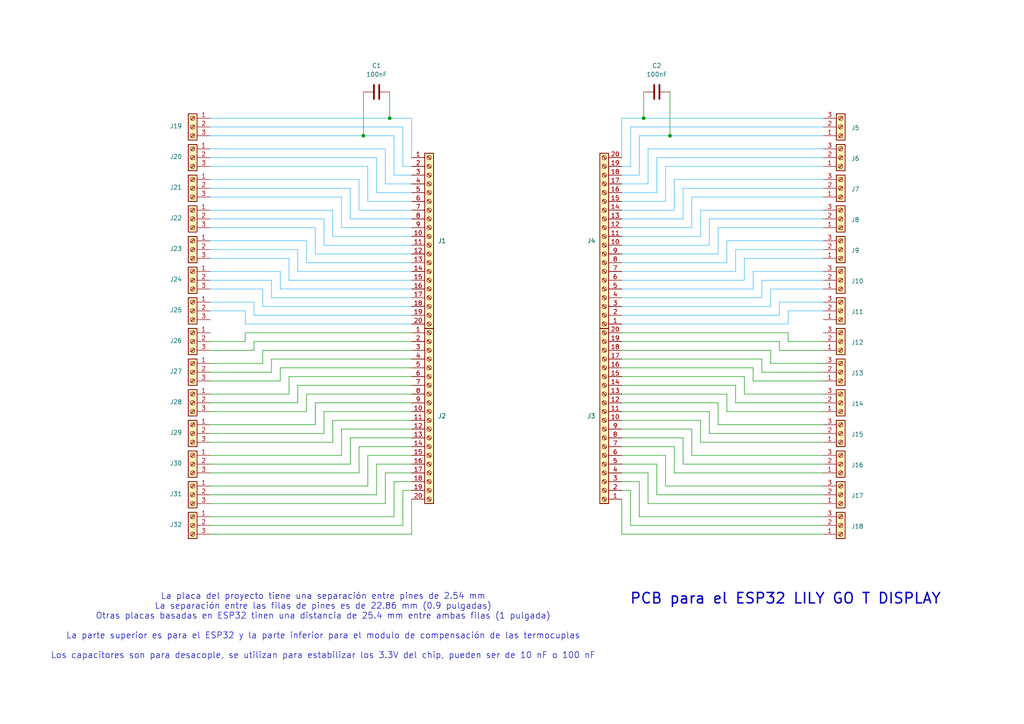
<source format=kicad_sch>
(kicad_sch (version 20250114) (generator "eeschema") (generator_version "9.0")
  (paper "A4")
  (title_block (title "PCB para el ESP32 LILY GO T DISPLAY") (date "2025-10-04") (company "Digicontrol"))
  (lib_symbols
    (symbol "Connector:Screw_Terminal_01x03" (pin_names (offset 1.016) (hide yes))
      (property "Reference" "J" (at 0 5.08 0))
      (property "Value" "Screw_Terminal_01x03" (at 0 -5.08 0))
      (symbol "Screw_Terminal_01x03_1_1"
        (rectangle (start -1.27 3.81) (end 1.27 -3.81) (stroke (width 0.254)) (fill (type background)))
        (polyline (pts (xy -0.5334 2.8702) (xy 0.3302 2.032)) (stroke (width 0.1524)))
        (polyline (pts (xy -0.5334 0.3302) (xy 0.3302 -0.508)) (stroke (width 0.1524)))
        (polyline (pts (xy -0.5334 -2.2098) (xy 0.3302 -3.048)) (stroke (width 0.1524)))
        (polyline (pts (xy -0.3556 3.048) (xy 0.508 2.2098)) (stroke (width 0.1524)))
        (polyline (pts (xy -0.3556 0.508) (xy 0.508 -0.3302)) (stroke (width 0.1524)))
        (polyline (pts (xy -0.3556 -2.032) (xy 0.508 -2.8702)) (stroke (width 0.1524)))
        (circle (center 0 2.54) (radius 0.635) (stroke (width 0.1524)))
        (circle (center 0 0) (radius 0.635) (stroke (width 0.1524)))
        (circle (center 0 -2.54) (radius 0.635) (stroke (width 0.1524)))
        (pin passive line (at -5.08 2.54 0) (length 3.81) (name "Pin_1") (number "1"))
        (pin passive line (at -5.08 0 0) (length 3.81) (name "Pin_2") (number "2"))
        (pin passive line (at -5.08 -2.54 0) (length 3.81) (name "Pin_3") (number "3"))
      )
    )
    (symbol "Connector:Screw_Terminal_01x20" (pin_names (offset 1.016) (hide yes))
      (property "Reference" "J" (at 0 25.4 0))
      (property "Value" "Screw_Terminal_01x20" (at 0 -27.94 0))
      (symbol "Screw_Terminal_01x20_1_1"
        (rectangle (start -1.27 24.13) (end 1.27 -26.67) (stroke (width 0.254)) (fill (type background)))
        (polyline (pts (xy -0.5334 23.1902) (xy 0.3302 22.352)) (stroke (width 0.1524)))
        (polyline (pts (xy -0.5334 20.6502) (xy 0.3302 19.812)) (stroke (width 0.1524)))
        (polyline (pts (xy -0.5334 18.1102) (xy 0.3302 17.272)) (stroke (width 0.1524)))
        (polyline (pts (xy -0.5334 15.5702) (xy 0.3302 14.732)) (stroke (width 0.1524)))
        (polyline (pts (xy -0.5334 13.0302) (xy 0.3302 12.192)) (stroke (width 0.1524)))
        (polyline (pts (xy -0.5334 10.4902) (xy 0.3302 9.652)) (stroke (width 0.1524)))
        (polyline (pts (xy -0.5334 7.9502) (xy 0.3302 7.112)) (stroke (width 0.1524)))
        (polyline (pts (xy -0.5334 5.4102) (xy 0.3302 4.572)) (stroke (width 0.1524)))
        (polyline (pts (xy -0.5334 2.8702) (xy 0.3302 2.032)) (stroke (width 0.1524)))
        (polyline (pts (xy -0.5334 0.3302) (xy 0.3302 -0.508)) (stroke (width 0.1524)))
        (polyline (pts (xy -0.5334 -2.2098) (xy 0.3302 -3.048)) (stroke (width 0.1524)))
        (polyline (pts (xy -0.5334 -4.7498) (xy 0.3302 -5.588)) (stroke (width 0.1524)))
        (polyline (pts (xy -0.5334 -7.2898) (xy 0.3302 -8.128)) (stroke (width 0.1524)))
        (polyline (pts (xy -0.5334 -9.8298) (xy 0.3302 -10.668)) (stroke (width 0.1524)))
        (polyline (pts (xy -0.5334 -12.3698) (xy 0.3302 -13.208)) (stroke (width 0.1524)))
        (polyline (pts (xy -0.5334 -14.9098) (xy 0.3302 -15.748)) (stroke (width 0.1524)))
        (polyline (pts (xy -0.5334 -17.4498) (xy 0.3302 -18.288)) (stroke (width 0.1524)))
        (polyline (pts (xy -0.5334 -19.9898) (xy 0.3302 -20.828)) (stroke (width 0.1524)))
        (polyline (pts (xy -0.5334 -22.5298) (xy 0.3302 -23.368)) (stroke (width 0.1524)))
        (polyline (pts (xy -0.5334 -25.0698) (xy 0.3302 -25.908)) (stroke (width 0.1524)))
        (polyline (pts (xy -0.3556 23.368) (xy 0.508 22.5298)) (stroke (width 0.1524)))
        (polyline (pts (xy -0.3556 20.828) (xy 0.508 19.9898)) (stroke (width 0.1524)))
        (polyline (pts (xy -0.3556 18.288) (xy 0.508 17.4498)) (stroke (width 0.1524)))
        (polyline (pts (xy -0.3556 15.748) (xy 0.508 14.9098)) (stroke (width 0.1524)))
        (polyline (pts (xy -0.3556 13.208) (xy 0.508 12.3698)) (stroke (width 0.1524)))
        (polyline (pts (xy -0.3556 10.668) (xy 0.508 9.8298)) (stroke (width 0.1524)))
        (polyline (pts (xy -0.3556 8.128) (xy 0.508 7.2898)) (stroke (width 0.1524)))
        (polyline (pts (xy -0.3556 5.588) (xy 0.508 4.7498)) (stroke (width 0.1524)))
        (polyline (pts (xy -0.3556 3.048) (xy 0.508 2.2098)) (stroke (width 0.1524)))
        (polyline (pts (xy -0.3556 0.508) (xy 0.508 -0.3302)) (stroke (width 0.1524)))
        (polyline (pts (xy -0.3556 -2.032) (xy 0.508 -2.8702)) (stroke (width 0.1524)))
        (polyline (pts (xy -0.3556 -4.572) (xy 0.508 -5.4102)) (stroke (width 0.1524)))
        (polyline (pts (xy -0.3556 -7.112) (xy 0.508 -7.9502)) (stroke (width 0.1524)))
        (polyline (pts (xy -0.3556 -9.652) (xy 0.508 -10.4902)) (stroke (width 0.1524)))
        (polyline (pts (xy -0.3556 -12.192) (xy 0.508 -13.0302)) (stroke (width 0.1524)))
        (polyline (pts (xy -0.3556 -14.732) (xy 0.508 -15.5702)) (stroke (width 0.1524)))
        (polyline (pts (xy -0.3556 -17.272) (xy 0.508 -18.1102)) (stroke (width 0.1524)))
        (polyline (pts (xy -0.3556 -19.812) (xy 0.508 -20.6502)) (stroke (width 0.1524)))
        (polyline (pts (xy -0.3556 -22.352) (xy 0.508 -23.1902)) (stroke (width 0.1524)))
        (polyline (pts (xy -0.3556 -24.892) (xy 0.508 -25.7302)) (stroke (width 0.1524)))
        (circle (center 0 22.86) (radius 0.635) (stroke (width 0.1524)))
        (circle (center 0 20.32) (radius 0.635) (stroke (width 0.1524)))
        (circle (center 0 17.78) (radius 0.635) (stroke (width 0.1524)))
        (circle (center 0 15.24) (radius 0.635) (stroke (width 0.1524)))
        (circle (center 0 12.7) (radius 0.635) (stroke (width 0.1524)))
        (circle (center 0 10.16) (radius 0.635) (stroke (width 0.1524)))
        (circle (center 0 7.62) (radius 0.635) (stroke (width 0.1524)))
        (circle (center 0 5.08) (radius 0.635) (stroke (width 0.1524)))
        (circle (center 0 2.54) (radius 0.635) (stroke (width 0.1524)))
        (circle (center 0 0) (radius 0.635) (stroke (width 0.1524)))
        (circle (center 0 -2.54) (radius 0.635) (stroke (width 0.1524)))
        (circle (center 0 -5.08) (radius 0.635) (stroke (width 0.1524)))
        (circle (center 0 -7.62) (radius 0.635) (stroke (width 0.1524)))
        (circle (center 0 -10.16) (radius 0.635) (stroke (width 0.1524)))
        (circle (center 0 -12.7) (radius 0.635) (stroke (width 0.1524)))
        (circle (center 0 -15.24) (radius 0.635) (stroke (width 0.1524)))
        (circle (center 0 -17.78) (radius 0.635) (stroke (width 0.1524)))
        (circle (center 0 -20.32) (radius 0.635) (stroke (width 0.1524)))
        (circle (center 0 -22.86) (radius 0.635) (stroke (width 0.1524)))
        (circle (center 0 -25.4) (radius 0.635) (stroke (width 0.1524)))
        (pin passive line (at -5.08 22.86 0) (length 3.81) (name "Pin_1") (number "1"))
        (pin passive line (at -5.08 20.32 0) (length 3.81) (name "Pin_2") (number "2"))
        (pin passive line (at -5.08 17.78 0) (length 3.81) (name "Pin_3") (number "3"))
        (pin passive line (at -5.08 15.24 0) (length 3.81) (name "Pin_4") (number "4"))
        (pin passive line (at -5.08 12.7 0) (length 3.81) (name "Pin_5") (number "5"))
        (pin passive line (at -5.08 10.16 0) (length 3.81) (name "Pin_6") (number "6"))
        (pin passive line (at -5.08 7.62 0) (length 3.81) (name "Pin_7") (number "7"))
        (pin passive line (at -5.08 5.08 0) (length 3.81) (name "Pin_8") (number "8"))
        (pin passive line (at -5.08 2.54 0) (length 3.81) (name "Pin_9") (number "9"))
        (pin passive line (at -5.08 0 0) (length 3.81) (name "Pin_10") (number "10"))
        (pin passive line (at -5.08 -2.54 0) (length 3.81) (name "Pin_11") (number "11"))
        (pin passive line (at -5.08 -5.08 0) (length 3.81) (name "Pin_12") (number "12"))
        (pin passive line (at -5.08 -7.62 0) (length 3.81) (name "Pin_13") (number "13"))
        (pin passive line (at -5.08 -10.16 0) (length 3.81) (name "Pin_14") (number "14"))
        (pin passive line (at -5.08 -12.7 0) (length 3.81) (name "Pin_15") (number "15"))
        (pin passive line (at -5.08 -15.24 0) (length 3.81) (name "Pin_16") (number "16"))
        (pin passive line (at -5.08 -17.78 0) (length 3.81) (name "Pin_17") (number "17"))
        (pin passive line (at -5.08 -20.32 0) (length 3.81) (name "Pin_18") (number "18"))
        (pin passive line (at -5.08 -22.86 0) (length 3.81) (name "Pin_19") (number "19"))
        (pin passive line (at -5.08 -25.4 0) (length 3.81) (name "Pin_20") (number "20"))
      )
    )
    (symbol "Device:C" (pin_numbers (hide yes)) (pin_names (offset 0.254))
      (property "Reference" "C" (at 0.635 2.54 0))
      (property "Value" "C" (at 0.635 -2.54 0))
      (symbol "C_0_1"
        (polyline (pts (xy -2.032 0.762) (xy 2.032 0.762)) (stroke (width 0.508)))
        (polyline (pts (xy -2.032 -0.762) (xy 2.032 -0.762)) (stroke (width 0.508)))
      )
      (symbol "C_1_1"
        (pin passive line (at 0 3.81 270) (length 2.794) (name "~") (number "1"))
        (pin passive line (at 0 -3.81 90) (length 2.794) (name "~") (number "2"))
      )
    )
  )
  (text "PCB para el ESP32 LILY GO T DISPLAY" (at 227.838 173.736 0) (effects (font (size 3.048 3.048) (thickness 0.4064) (bold yes))))
  (text "La placa del proyecto tiene una separación entre pines de 2.54 mm\nLa separación entre las filas de pines es de 22.86 mm (0.9 pulgadas)\nOtras placas basadas en ESP32 tinen una distancia de 25.4 mm entre ambas filas (1 pulgada)\n\nLa parte superior es para el ESP32 y la parte inferior para el modulo de compensación de las termocuplas\n\nLos capacitores son para desacople, se utilizan para estabilizar los 3.3V del chip, pueden ser de 10 nF o 100 nF\n" (at 93.726 181.61 0) (effects (font (size 1.778 1.778))))
  (junction (at 105.41 39.37))
  (junction (at 186.69 34.29))
  (junction (at 113.03 34.29))
  (junction (at 194.31 39.37))
  (wire (pts (xy 238.76 72.39) (xy 213.36 72.39)) (stroke (width 0.127) (color 0 166 255 1)))
  (wire (pts (xy 198.12 134.62) (xy 198.12 127)))
  (wire (pts (xy 73.66 99.06) (xy 119.38 99.06)))
  (wire (pts (xy 119.38 144.78) (xy 119.38 154.94)))
  (wire (pts (xy 187.96 146.05) (xy 187.96 137.16)))
  (wire (pts (xy 88.9 76.2) (xy 119.38 76.2)) (stroke (width 0.127) (color 0 166 255 1)))
  (wire (pts (xy 238.76 110.49) (xy 218.44 110.49)))
  (wire (pts (xy 111.76 43.18) (xy 111.76 53.34)) (stroke (width 0.127) (color 0 166 255 1)))
  (wire (pts (xy 81.28 106.68) (xy 119.38 106.68)))
  (wire (pts (xy 180.34 86.36) (xy 220.98 86.36)) (stroke (width 0.127) (color 0 166 255 1)))
  (wire (pts (xy 223.52 105.41) (xy 223.52 101.6)))
  (wire (pts (xy 60.96 149.86) (xy 114.3 149.86)))
  (wire (pts (xy 180.34 55.88) (xy 190.5 55.88)) (stroke (width 0.127) (color 0 166 255 1)))
  (wire (pts (xy 60.96 90.17) (xy 71.12 90.17)) (stroke (width 0.127) (color 0 166 255 1)))
  (wire (pts (xy 60.96 57.15) (xy 99.06 57.15)) (stroke (width 0.127) (color 0 166 255 1)))
  (wire (pts (xy 106.68 48.26) (xy 106.68 58.42)) (stroke (width 0.127) (color 0 166 255 1)))
  (wire (pts (xy 73.66 101.6) (xy 73.66 99.06)))
  (wire (pts (xy 60.96 140.97) (xy 106.68 140.97)))
  (wire (pts (xy 105.41 26.67) (xy 105.41 39.37)))
  (wire (pts (xy 60.96 43.18) (xy 111.76 43.18)) (stroke (width 0.127) (color 0 166 255 1)))
  (wire (pts (xy 226.06 101.6) (xy 226.06 99.06)))
  (wire (pts (xy 205.74 125.73) (xy 205.74 119.38)))
  (wire (pts (xy 60.96 101.6) (xy 73.66 101.6)))
  (wire (pts (xy 93.98 63.5) (xy 93.98 71.12)) (stroke (width 0.127) (color 0 166 255 1)))
  (wire (pts (xy 60.96 74.93) (xy 83.82 74.93)) (stroke (width 0.127) (color 0 166 255 1)))
  (wire (pts (xy 238.76 66.04) (xy 208.28 66.04)) (stroke (width 0.127) (color 0 166 255 1)))
  (wire (pts (xy 60.96 72.39) (xy 86.36 72.39)) (stroke (width 0.127) (color 0 166 255 1)))
  (wire (pts (xy 180.34 91.44) (xy 226.06 91.44)) (stroke (width 0.127) (color 0 166 255 1)))
  (wire (pts (xy 86.36 111.76) (xy 119.38 111.76)))
  (wire (pts (xy 180.34 66.04) (xy 200.66 66.04)) (stroke (width 0.127) (color 0 166 255 1)))
  (wire (pts (xy 180.34 109.22) (xy 215.9 109.22)))
  (wire (pts (xy 238.76 45.72) (xy 190.5 45.72)) (stroke (width 0.127) (color 0 166 255 1)))
  (wire (pts (xy 91.44 123.19) (xy 91.44 116.84)))
  (wire (pts (xy 238.76 81.28) (xy 220.98 81.28)) (stroke (width 0.127) (color 0 166 255 1)))
  (wire (pts (xy 96.52 121.92) (xy 119.38 121.92)))
  (wire (pts (xy 60.96 39.37) (xy 105.41 39.37)) (stroke (width 0.127) (color 0 166 255 1)))
  (wire (pts (xy 208.28 123.19) (xy 208.28 116.84)))
  (wire (pts (xy 78.74 104.14) (xy 119.38 104.14)))
  (wire (pts (xy 116.84 48.26) (xy 119.38 48.26)) (stroke (width 0.127) (color 0 166 255 1)))
  (wire (pts (xy 238.76 152.4) (xy 182.88 152.4)))
  (wire (pts (xy 60.96 110.49) (xy 81.28 110.49)))
  (wire (pts (xy 106.68 58.42) (xy 119.38 58.42)) (stroke (width 0.127) (color 0 166 255 1)))
  (wire (pts (xy 186.69 26.67) (xy 186.69 34.29)))
  (wire (pts (xy 218.44 78.74) (xy 218.44 83.82)) (stroke (width 0.127) (color 0 166 255 1)))
  (wire (pts (xy 60.96 78.74) (xy 81.28 78.74)) (stroke (width 0.127) (color 0 166 255 1)))
  (wire (pts (xy 203.2 60.96) (xy 203.2 68.58)) (stroke (width 0.127) (color 0 166 255 1)))
  (wire (pts (xy 193.04 48.26) (xy 193.04 58.42)) (stroke (width 0.127) (color 0 166 255 1)))
  (wire (pts (xy 195.58 137.16) (xy 195.58 129.54)))
  (wire (pts (xy 180.34 50.8) (xy 185.42 50.8)) (stroke (width 0.127) (color 0 166 255 1)))
  (wire (pts (xy 238.76 78.74) (xy 218.44 78.74)) (stroke (width 0.127) (color 0 166 255 1)))
  (wire (pts (xy 60.96 87.63) (xy 73.66 87.63)) (stroke (width 0.127) (color 0 166 255 1)))
  (wire (pts (xy 60.96 114.3) (xy 83.82 114.3)))
  (wire (pts (xy 220.98 107.95) (xy 220.98 104.14)))
  (wire (pts (xy 238.76 128.27) (xy 203.2 128.27)))
  (wire (pts (xy 226.06 87.63) (xy 226.06 91.44)) (stroke (width 0.127) (color 0 166 255 1)))
  (wire (pts (xy 180.34 116.84) (xy 208.28 116.84)))
  (wire (pts (xy 91.44 73.66) (xy 119.38 73.66)) (stroke (width 0.127) (color 0 166 255 1)))
  (wire (pts (xy 99.06 124.46) (xy 119.38 124.46)))
  (wire (pts (xy 109.22 134.62) (xy 119.38 134.62)))
  (wire (pts (xy 238.76 134.62) (xy 198.12 134.62)))
  (wire (pts (xy 238.76 60.96) (xy 203.2 60.96)) (stroke (width 0.127) (color 0 166 255 1)))
  (wire (pts (xy 86.36 78.74) (xy 119.38 78.74)) (stroke (width 0.127) (color 0 166 255 1)))
  (wire (pts (xy 195.58 52.07) (xy 195.58 60.96)) (stroke (width 0.127) (color 0 166 255 1)))
  (wire (pts (xy 180.34 71.12) (xy 205.74 71.12)) (stroke (width 0.127) (color 0 166 255 1)))
  (wire (pts (xy 210.82 69.85) (xy 210.82 76.2)) (stroke (width 0.127) (color 0 166 255 1)))
  (wire (pts (xy 190.5 143.51) (xy 190.5 134.62)))
  (wire (pts (xy 106.68 140.97) (xy 106.68 132.08)))
  (wire (pts (xy 210.82 119.38) (xy 210.82 114.3)))
  (wire (pts (xy 60.96 132.08) (xy 99.06 132.08)))
  (wire (pts (xy 104.14 137.16) (xy 104.14 129.54)))
  (wire (pts (xy 114.3 39.37) (xy 114.3 50.8)) (stroke (width 0.127) (color 0 166 255 1)))
  (wire (pts (xy 109.22 55.88) (xy 119.38 55.88)) (stroke (width 0.127) (color 0 166 255 1)))
  (wire (pts (xy 106.68 132.08) (xy 119.38 132.08)))
  (wire (pts (xy 238.76 99.06) (xy 228.6 99.06)))
  (wire (pts (xy 81.28 83.82) (xy 119.38 83.82)) (stroke (width 0.127) (color 0 166 255 1)))
  (wire (pts (xy 60.96 52.07) (xy 104.14 52.07)) (stroke (width 0.127) (color 0 166 255 1)))
  (wire (pts (xy 180.34 111.76) (xy 213.36 111.76)))
  (wire (pts (xy 180.34 106.68) (xy 218.44 106.68)))
  (wire (pts (xy 111.76 146.05) (xy 111.76 137.16)))
  (wire (pts (xy 116.84 142.24) (xy 119.38 142.24)))
  (wire (pts (xy 76.2 101.6) (xy 119.38 101.6)))
  (wire (pts (xy 238.76 83.82) (xy 223.52 83.82)) (stroke (width 0.127) (color 0 166 255 1)))
  (wire (pts (xy 78.74 107.95) (xy 78.74 104.14)))
  (wire (pts (xy 238.76 39.37) (xy 194.31 39.37)) (stroke (width 0.127) (color 0 166 255 1)))
  (wire (pts (xy 93.98 71.12) (xy 119.38 71.12)) (stroke (width 0.127) (color 0 166 255 1)))
  (wire (pts (xy 215.9 114.3) (xy 215.9 109.22)))
  (wire (pts (xy 185.42 149.86) (xy 185.42 139.7)))
  (wire (pts (xy 60.96 99.06) (xy 71.12 99.06)))
  (wire (pts (xy 60.96 152.4) (xy 116.84 152.4)))
  (wire (pts (xy 93.98 119.38) (xy 119.38 119.38)))
  (wire (pts (xy 215.9 74.93) (xy 215.9 81.28)) (stroke (width 0.127) (color 0 166 255 1)))
  (wire (pts (xy 73.66 91.44) (xy 119.38 91.44)) (stroke (width 0.127) (color 0 166 255 1)))
  (wire (pts (xy 88.9 114.3) (xy 119.38 114.3)))
  (wire (pts (xy 238.76 132.08) (xy 200.66 132.08)))
  (wire (pts (xy 71.12 90.17) (xy 71.12 93.98)) (stroke (width 0.127) (color 0 166 255 1)))
  (wire (pts (xy 83.82 114.3) (xy 83.82 109.22)))
  (wire (pts (xy 81.28 78.74) (xy 81.28 83.82)) (stroke (width 0.127) (color 0 166 255 1)))
  (wire (pts (xy 116.84 36.83) (xy 116.84 48.26)) (stroke (width 0.127) (color 0 166 255 1)))
  (wire (pts (xy 180.34 104.14) (xy 220.98 104.14)))
  (wire (pts (xy 60.96 146.05) (xy 111.76 146.05)))
  (wire (pts (xy 218.44 110.49) (xy 218.44 106.68)))
  (wire (pts (xy 86.36 116.84) (xy 86.36 111.76)))
  (wire (pts (xy 200.66 57.15) (xy 200.66 66.04)) (stroke (width 0.127) (color 0 166 255 1)))
  (wire (pts (xy 194.31 26.67) (xy 194.31 39.37)))
  (wire (pts (xy 60.96 119.38) (xy 88.9 119.38)))
  (wire (pts (xy 182.88 36.83) (xy 182.88 48.26)) (stroke (width 0.127) (color 0 166 255 1)))
  (wire (pts (xy 238.76 140.97) (xy 193.04 140.97)))
  (wire (pts (xy 238.76 90.17) (xy 228.6 90.17)) (stroke (width 0.127) (color 0 166 255 1)))
  (wire (pts (xy 60.96 83.82) (xy 76.2 83.82)) (stroke (width 0.127) (color 0 166 255 1)))
  (wire (pts (xy 109.22 143.51) (xy 109.22 134.62)))
  (wire (pts (xy 180.34 134.62) (xy 190.5 134.62)))
  (wire (pts (xy 238.76 119.38) (xy 210.82 119.38)))
  (wire (pts (xy 104.14 129.54) (xy 119.38 129.54)))
  (wire (pts (xy 71.12 96.52) (xy 119.38 96.52)))
  (wire (pts (xy 193.04 140.97) (xy 193.04 132.08)))
  (wire (pts (xy 180.34 53.34) (xy 187.96 53.34)) (stroke (width 0.127) (color 0 166 255 1)))
  (wire (pts (xy 238.76 154.94) (xy 180.34 154.94)))
  (wire (pts (xy 203.2 128.27) (xy 203.2 121.92)))
  (wire (pts (xy 60.96 134.62) (xy 101.6 134.62)))
  (wire (pts (xy 114.3 50.8) (xy 119.38 50.8)) (stroke (width 0.127) (color 0 166 255 1)))
  (wire (pts (xy 105.41 39.37) (xy 114.3 39.37)) (stroke (width 0.127) (color 0 166 255 1)))
  (wire (pts (xy 193.04 58.42) (xy 180.34 58.42)) (stroke (width 0.127) (color 0 166 255 1)))
  (wire (pts (xy 111.76 137.16) (xy 119.38 137.16)))
  (wire (pts (xy 180.34 124.46) (xy 200.66 124.46)))
  (wire (pts (xy 60.96 137.16) (xy 104.14 137.16)))
  (wire (pts (xy 60.96 81.28) (xy 78.74 81.28)) (stroke (width 0.127) (color 0 166 255 1)))
  (wire (pts (xy 60.96 107.95) (xy 78.74 107.95)))
  (wire (pts (xy 109.22 45.72) (xy 109.22 55.88)) (stroke (width 0.127) (color 0 166 255 1)))
  (wire (pts (xy 60.96 154.94) (xy 119.38 154.94)))
  (wire (pts (xy 60.96 63.5) (xy 93.98 63.5)) (stroke (width 0.127) (color 0 166 255 1)))
  (wire (pts (xy 180.34 99.06) (xy 226.06 99.06)))
  (wire (pts (xy 114.3 149.86) (xy 114.3 139.7)))
  (wire (pts (xy 60.96 45.72) (xy 109.22 45.72)) (stroke (width 0.127) (color 0 166 255 1)))
  (wire (pts (xy 238.76 54.61) (xy 198.12 54.61)) (stroke (width 0.127) (color 0 166 255 1)))
  (wire (pts (xy 96.52 128.27) (xy 96.52 121.92)))
  (wire (pts (xy 76.2 83.82) (xy 76.2 88.9)) (stroke (width 0.127) (color 0 166 255 1)))
  (wire (pts (xy 194.31 39.37) (xy 185.42 39.37)) (stroke (width 0.127) (color 0 166 255 1)))
  (wire (pts (xy 60.96 54.61) (xy 101.6 54.61)) (stroke (width 0.127) (color 0 166 255 1)))
  (wire (pts (xy 180.34 96.52) (xy 228.6 96.52)))
  (wire (pts (xy 101.6 63.5) (xy 119.38 63.5)) (stroke (width 0.127) (color 0 166 255 1)))
  (wire (pts (xy 71.12 93.98) (xy 119.38 93.98)) (stroke (width 0.127) (color 0 166 255 1)))
  (wire (pts (xy 83.82 81.28) (xy 119.38 81.28)) (stroke (width 0.127) (color 0 166 255 1)))
  (wire (pts (xy 238.76 149.86) (xy 185.42 149.86)))
  (wire (pts (xy 238.76 116.84) (xy 213.36 116.84)))
  (wire (pts (xy 180.34 132.08) (xy 193.04 132.08)))
  (wire (pts (xy 86.36 72.39) (xy 86.36 78.74)) (stroke (width 0.127) (color 0 166 255 1)))
  (wire (pts (xy 198.12 54.61) (xy 198.12 63.5)) (stroke (width 0.127) (color 0 166 255 1)))
  (wire (pts (xy 238.76 69.85) (xy 210.82 69.85)) (stroke (width 0.127) (color 0 166 255 1)))
  (wire (pts (xy 228.6 99.06) (xy 228.6 96.52)))
  (wire (pts (xy 60.96 105.41) (xy 76.2 105.41)))
  (wire (pts (xy 88.9 69.85) (xy 88.9 76.2)) (stroke (width 0.127) (color 0 166 255 1)))
  (wire (pts (xy 119.38 34.29) (xy 119.38 45.72)) (stroke (width 0.127) (color 0 166 255 1)))
  (wire (pts (xy 200.66 132.08) (xy 200.66 124.46)))
  (wire (pts (xy 73.66 87.63) (xy 73.66 91.44)) (stroke (width 0.127) (color 0 166 255 1)))
  (wire (pts (xy 101.6 134.62) (xy 101.6 127)))
  (wire (pts (xy 238.76 43.18) (xy 187.96 43.18)) (stroke (width 0.127) (color 0 166 255 1)))
  (wire (pts (xy 180.34 63.5) (xy 198.12 63.5)) (stroke (width 0.127) (color 0 166 255 1)))
  (wire (pts (xy 180.34 154.94) (xy 180.34 144.78)))
  (wire (pts (xy 238.76 114.3) (xy 215.9 114.3)))
  (wire (pts (xy 60.96 34.29) (xy 113.03 34.29)) (stroke (width 0.127) (color 0 166 255 1)))
  (wire (pts (xy 213.36 116.84) (xy 213.36 111.76)))
  (wire (pts (xy 93.98 125.73) (xy 93.98 119.38)))
  (wire (pts (xy 180.34 88.9) (xy 223.52 88.9)) (stroke (width 0.127) (color 0 166 255 1)))
  (wire (pts (xy 238.76 63.5) (xy 205.74 63.5)) (stroke (width 0.127) (color 0 166 255 1)))
  (wire (pts (xy 60.96 125.73) (xy 93.98 125.73)))
  (wire (pts (xy 238.76 48.26) (xy 193.04 48.26)) (stroke (width 0.127) (color 0 166 255 1)))
  (wire (pts (xy 180.34 34.29) (xy 180.34 45.72)) (stroke (width 0.127) (color 0 166 255 1)))
  (wire (pts (xy 238.76 52.07) (xy 195.58 52.07)) (stroke (width 0.127) (color 0 166 255 1)))
  (wire (pts (xy 180.34 139.7) (xy 185.42 139.7)))
  (wire (pts (xy 83.82 109.22) (xy 119.38 109.22)))
  (wire (pts (xy 60.96 123.19) (xy 91.44 123.19)))
  (wire (pts (xy 180.34 48.26) (xy 182.88 48.26)) (stroke (width 0.127) (color 0 166 255 1)))
  (wire (pts (xy 78.74 81.28) (xy 78.74 86.36)) (stroke (width 0.127) (color 0 166 255 1)))
  (wire (pts (xy 180.34 137.16) (xy 187.96 137.16)))
  (wire (pts (xy 113.03 26.67) (xy 113.03 34.29)))
  (wire (pts (xy 101.6 127) (xy 119.38 127)))
  (wire (pts (xy 180.34 121.92) (xy 203.2 121.92)))
  (wire (pts (xy 180.34 73.66) (xy 208.28 73.66)) (stroke (width 0.127) (color 0 166 255 1)))
  (wire (pts (xy 238.76 101.6) (xy 226.06 101.6)))
  (wire (pts (xy 182.88 152.4) (xy 182.88 142.24)))
  (wire (pts (xy 223.52 83.82) (xy 223.52 88.9)) (stroke (width 0.127) (color 0 166 255 1)))
  (wire (pts (xy 113.03 34.29) (xy 119.38 34.29)) (stroke (width 0.127) (color 0 166 255 1)))
  (wire (pts (xy 104.14 60.96) (xy 119.38 60.96)) (stroke (width 0.127) (color 0 166 255 1)))
  (wire (pts (xy 238.76 123.19) (xy 208.28 123.19)))
  (wire (pts (xy 180.34 83.82) (xy 218.44 83.82)) (stroke (width 0.127) (color 0 166 255 1)))
  (wire (pts (xy 180.34 129.54) (xy 195.58 129.54)))
  (wire (pts (xy 180.34 119.38) (xy 205.74 119.38)))
  (wire (pts (xy 238.76 87.63) (xy 226.06 87.63)) (stroke (width 0.127) (color 0 166 255 1)))
  (wire (pts (xy 116.84 152.4) (xy 116.84 142.24)))
  (wire (pts (xy 60.96 143.51) (xy 109.22 143.51)))
  (wire (pts (xy 180.34 68.58) (xy 203.2 68.58)) (stroke (width 0.127) (color 0 166 255 1)))
  (wire (pts (xy 238.76 34.29) (xy 186.69 34.29)) (stroke (width 0.127) (color 0 166 255 1)))
  (wire (pts (xy 180.34 78.74) (xy 213.36 78.74)) (stroke (width 0.127) (color 0 166 255 1)))
  (wire (pts (xy 213.36 72.39) (xy 213.36 78.74)) (stroke (width 0.127) (color 0 166 255 1)))
  (wire (pts (xy 205.74 63.5) (xy 205.74 71.12)) (stroke (width 0.127) (color 0 166 255 1)))
  (wire (pts (xy 180.34 60.96) (xy 195.58 60.96)) (stroke (width 0.127) (color 0 166 255 1)))
  (wire (pts (xy 228.6 90.17) (xy 228.6 93.98)) (stroke (width 0.127) (color 0 166 255 1)))
  (wire (pts (xy 180.34 114.3) (xy 210.82 114.3)))
  (wire (pts (xy 238.76 143.51) (xy 190.5 143.51)))
  (wire (pts (xy 96.52 68.58) (xy 119.38 68.58)) (stroke (width 0.127) (color 0 166 255 1)))
  (wire (pts (xy 91.44 116.84) (xy 119.38 116.84)))
  (wire (pts (xy 180.34 127) (xy 198.12 127)))
  (wire (pts (xy 187.96 43.18) (xy 187.96 53.34)) (stroke (width 0.127) (color 0 166 255 1)))
  (wire (pts (xy 60.96 60.96) (xy 96.52 60.96)) (stroke (width 0.127) (color 0 166 255 1)))
  (wire (pts (xy 180.34 101.6) (xy 223.52 101.6)))
  (wire (pts (xy 88.9 119.38) (xy 88.9 114.3)))
  (wire (pts (xy 190.5 45.72) (xy 190.5 55.88)) (stroke (width 0.127) (color 0 166 255 1)))
  (wire (pts (xy 238.76 137.16) (xy 195.58 137.16)))
  (wire (pts (xy 180.34 76.2) (xy 210.82 76.2)) (stroke (width 0.127) (color 0 166 255 1)))
  (wire (pts (xy 185.42 39.37) (xy 185.42 50.8)) (stroke (width 0.127) (color 0 166 255 1)))
  (wire (pts (xy 96.52 60.96) (xy 96.52 68.58)) (stroke (width 0.127) (color 0 166 255 1)))
  (wire (pts (xy 104.14 52.07) (xy 104.14 60.96)) (stroke (width 0.127) (color 0 166 255 1)))
  (wire (pts (xy 114.3 139.7) (xy 119.38 139.7)))
  (wire (pts (xy 238.76 105.41) (xy 223.52 105.41)))
  (wire (pts (xy 76.2 88.9) (xy 119.38 88.9)) (stroke (width 0.127) (color 0 166 255 1)))
  (wire (pts (xy 238.76 125.73) (xy 205.74 125.73)))
  (wire (pts (xy 220.98 81.28) (xy 220.98 86.36)) (stroke (width 0.127) (color 0 166 255 1)))
  (wire (pts (xy 99.06 66.04) (xy 119.38 66.04)) (stroke (width 0.127) (color 0 166 255 1)))
  (wire (pts (xy 81.28 110.49) (xy 81.28 106.68)))
  (wire (pts (xy 238.76 146.05) (xy 187.96 146.05)))
  (wire (pts (xy 238.76 74.93) (xy 215.9 74.93)) (stroke (width 0.127) (color 0 166 255 1)))
  (wire (pts (xy 101.6 54.61) (xy 101.6 63.5)) (stroke (width 0.127) (color 0 166 255 1)))
  (wire (pts (xy 60.96 116.84) (xy 86.36 116.84)))
  (wire (pts (xy 180.34 81.28) (xy 215.9 81.28)) (stroke (width 0.127) (color 0 166 255 1)))
  (wire (pts (xy 186.69 34.29) (xy 180.34 34.29)) (stroke (width 0.127) (color 0 166 255 1)))
  (wire (pts (xy 208.28 66.04) (xy 208.28 73.66)) (stroke (width 0.127) (color 0 166 255 1)))
  (wire (pts (xy 111.76 53.34) (xy 119.38 53.34)) (stroke (width 0.127) (color 0 166 255 1)))
  (wire (pts (xy 228.6 93.98) (xy 180.34 93.98)) (stroke (width 0.127) (color 0 166 255 1)))
  (wire (pts (xy 238.76 36.83) (xy 182.88 36.83)) (stroke (width 0.127) (color 0 166 255 1)))
  (wire (pts (xy 238.76 57.15) (xy 200.66 57.15)) (stroke (width 0.127) (color 0 166 255 1)))
  (wire (pts (xy 60.96 69.85) (xy 88.9 69.85)) (stroke (width 0.127) (color 0 166 255 1)))
  (wire (pts (xy 60.96 36.83) (xy 116.84 36.83)) (stroke (width 0.127) (color 0 166 255 1)))
  (wire (pts (xy 91.44 66.04) (xy 91.44 73.66)) (stroke (width 0.127) (color 0 166 255 1)))
  (wire (pts (xy 60.96 48.26) (xy 106.68 48.26)) (stroke (width 0.127) (color 0 166 255 1)))
  (wire (pts (xy 78.74 86.36) (xy 119.38 86.36)) (stroke (width 0.127) (color 0 166 255 1)))
  (wire (pts (xy 99.06 132.08) (xy 99.06 124.46)))
  (wire (pts (xy 83.82 74.93) (xy 83.82 81.28)) (stroke (width 0.127) (color 0 166 255 1)))
  (wire (pts (xy 60.96 66.04) (xy 91.44 66.04)) (stroke (width 0.127) (color 0 166 255 1)))
  (wire (pts (xy 71.12 99.06) (xy 71.12 96.52)))
  (wire (pts (xy 99.06 57.15) (xy 99.06 66.04)) (stroke (width 0.127) (color 0 166 255 1)))
  (wire (pts (xy 238.76 107.95) (xy 220.98 107.95)))
  (wire (pts (xy 180.34 142.24) (xy 182.88 142.24)))
  (wire (pts (xy 76.2 105.41) (xy 76.2 101.6)))
  (wire (pts (xy 60.96 128.27) (xy 96.52 128.27)))
  (symbol (lib_id "Connector:Screw_Terminal_01x03") (at 55.88 143.51 0) (mirror y) (unit 1)
    (property "Reference" "J31" (at 52.832 143.256 0) (effects (justify left)))
    (property "Value" "Screw_Terminal_01x03" (effects (hide yes)))
    (property "Footprint" "TerminalBlock_Phoenix:TerminalBlock_Phoenix_PT-1,5-3-3.5-H_1x03_P3.50mm_Horizontal" (effects (hide yes)))
    (property "Description" "Generic screw terminal, single row, 01x03, script generated (kicad-library-utils/schlib/autogen/connector/)" (effects (hide yes)))
  )
  (symbol (lib_id "Connector:Screw_Terminal_01x20") (at 124.46 119.38 0) (unit 1)
    (property "Reference" "J2" (at 127 120.6499 0) (effects (justify left)))
    (property "Value" "Screw_Terminal_01x20" (effects (hide yes)))
    (property "Footprint" "Connector_PinHeader_2.54mm:PinHeader_1x20_P2.54mm_Vertical" (effects (hide yes)))
    (property "Description" "Generic screw terminal, single row, 01x20, script generated (kicad-library-utils/schlib/autogen/connector/)" (effects (hide yes)))
  )
  (symbol (lib_id "Connector:Screw_Terminal_01x03") (at 243.84 45.72 0) (mirror x) (unit 1)
    (property "Reference" "J6" (at 246.888 45.974 0) (effects (justify left)))
    (property "Value" "Screw_Terminal_01x03" (effects (hide yes)))
    (property "Footprint" "TerminalBlock_Phoenix:TerminalBlock_Phoenix_PT-1,5-3-3.5-H_1x03_P3.50mm_Horizontal" (effects (hide yes)))
    (property "Description" "Generic screw terminal, single row, 01x03, script generated (kicad-library-utils/schlib/autogen/connector/)" (effects (hide yes)))
  )
  (symbol (lib_id "Connector:Screw_Terminal_01x03") (at 55.88 134.62 0) (mirror y) (unit 1)
    (property "Reference" "J30" (at 52.832 134.366 0) (effects (justify left)))
    (property "Value" "Screw_Terminal_01x03" (effects (hide yes)))
    (property "Footprint" "TerminalBlock_Phoenix:TerminalBlock_Phoenix_PT-1,5-3-3.5-H_1x03_P3.50mm_Horizontal" (effects (hide yes)))
    (property "Description" "Generic screw terminal, single row, 01x03, script generated (kicad-library-utils/schlib/autogen/connector/)" (effects (hide yes)))
  )
  (symbol (lib_id "Connector:Screw_Terminal_01x03") (at 243.84 36.83 0) (mirror x) (unit 1)
    (property "Reference" "J5" (at 246.888 37.084 0) (effects (justify left)))
    (property "Value" "Screw_Terminal_01x03" (effects (hide yes)))
    (property "Footprint" "TerminalBlock_Phoenix:TerminalBlock_Phoenix_PT-1,5-3-3.5-H_1x03_P3.50mm_Horizontal" (effects (hide yes)))
    (property "Description" "Generic screw terminal, single row, 01x03, script generated (kicad-library-utils/schlib/autogen/connector/)" (effects (hide yes)))
  )
  (symbol (lib_id "Connector:Screw_Terminal_01x03") (at 55.88 81.28 0) (mirror y) (unit 1)
    (property "Reference" "J24" (at 52.832 81.026 0) (effects (justify left)))
    (property "Value" "Screw_Terminal_01x03" (effects (hide yes)))
    (property "Footprint" "TerminalBlock_Phoenix:TerminalBlock_Phoenix_PT-1,5-3-3.5-H_1x03_P3.50mm_Horizontal" (effects (hide yes)))
    (property "Description" "Generic screw terminal, single row, 01x03, script generated (kicad-library-utils/schlib/autogen/connector/)" (effects (hide yes)))
  )
  (symbol (lib_id "Connector:Screw_Terminal_01x03") (at 243.84 99.06 0) (mirror x) (unit 1)
    (property "Reference" "J12" (at 246.888 99.314 0) (effects (justify left)))
    (property "Value" "Screw_Terminal_01x03" (effects (hide yes)))
    (property "Footprint" "TerminalBlock_Phoenix:TerminalBlock_Phoenix_PT-1,5-3-3.5-H_1x03_P3.50mm_Horizontal" (effects (hide yes)))
    (property "Description" "Generic screw terminal, single row, 01x03, script generated (kicad-library-utils/schlib/autogen/connector/)" (effects (hide yes)))
  )
  (symbol (lib_id "Connector:Screw_Terminal_01x03") (at 55.88 54.61 0) (mirror y) (unit 1)
    (property "Reference" "J21" (at 52.832 54.356 0) (effects (justify left)))
    (property "Value" "Screw_Terminal_01x03" (effects (hide yes)))
    (property "Footprint" "TerminalBlock_Phoenix:TerminalBlock_Phoenix_PT-1,5-3-3.5-H_1x03_P3.50mm_Horizontal" (effects (hide yes)))
    (property "Description" "Generic screw terminal, single row, 01x03, script generated (kicad-library-utils/schlib/autogen/connector/)" (effects (hide yes)))
  )
  (symbol (lib_id "Connector:Screw_Terminal_01x03") (at 243.84 125.73 0) (mirror x) (unit 1)
    (property "Reference" "J15" (at 246.888 125.984 0) (effects (justify left)))
    (property "Value" "Screw_Terminal_01x03" (effects (hide yes)))
    (property "Footprint" "TerminalBlock_Phoenix:TerminalBlock_Phoenix_PT-1,5-3-3.5-H_1x03_P3.50mm_Horizontal" (effects (hide yes)))
    (property "Description" "Generic screw terminal, single row, 01x03, script generated (kicad-library-utils/schlib/autogen/connector/)" (effects (hide yes)))
  )
  (symbol (lib_id "Connector:Screw_Terminal_01x03") (at 243.84 72.39 0) (mirror x) (unit 1)
    (property "Reference" "J9" (at 246.888 72.644 0) (effects (justify left)))
    (property "Value" "Screw_Terminal_01x03" (effects (hide yes)))
    (property "Footprint" "TerminalBlock_Phoenix:TerminalBlock_Phoenix_PT-1,5-3-3.5-H_1x03_P3.50mm_Horizontal" (effects (hide yes)))
    (property "Description" "Generic screw terminal, single row, 01x03, script generated (kicad-library-utils/schlib/autogen/connector/)" (effects (hide yes)))
  )
  (symbol (lib_id "Connector:Screw_Terminal_01x03") (at 55.88 72.39 0) (mirror y) (unit 1)
    (property "Reference" "J23" (at 52.832 72.136 0) (effects (justify left)))
    (property "Value" "Screw_Terminal_01x03" (effects (hide yes)))
    (property "Footprint" "TerminalBlock_Phoenix:TerminalBlock_Phoenix_PT-1,5-3-3.5-H_1x03_P3.50mm_Horizontal" (effects (hide yes)))
    (property "Description" "Generic screw terminal, single row, 01x03, script generated (kicad-library-utils/schlib/autogen/connector/)" (effects (hide yes)))
  )
  (symbol (lib_id "Connector:Screw_Terminal_01x03") (at 55.88 107.95 0) (mirror y) (unit 1)
    (property "Reference" "J27" (at 52.832 107.696 0) (effects (justify left)))
    (property "Value" "Screw_Terminal_01x03" (effects (hide yes)))
    (property "Footprint" "TerminalBlock_Phoenix:TerminalBlock_Phoenix_PT-1,5-3-3.5-H_1x03_P3.50mm_Horizontal" (effects (hide yes)))
    (property "Description" "Generic screw terminal, single row, 01x03, script generated (kicad-library-utils/schlib/autogen/connector/)" (effects (hide yes)))
  )
  (symbol (lib_id "Connector:Screw_Terminal_01x03") (at 243.84 152.4 0) (mirror x) (unit 1)
    (property "Reference" "J18" (at 246.888 152.654 0) (effects (justify left)))
    (property "Value" "Screw_Terminal_01x03" (effects (hide yes)))
    (property "Footprint" "TerminalBlock_Phoenix:TerminalBlock_Phoenix_PT-1,5-3-3.5-H_1x03_P3.50mm_Horizontal" (effects (hide yes)))
    (property "Description" "Generic screw terminal, single row, 01x03, script generated (kicad-library-utils/schlib/autogen/connector/)" (effects (hide yes)))
  )
  (symbol (lib_id "Device:C") (at 190.5 26.67 270) (unit 1)
    (property "Reference" "C2" (at 190.5 19.05 90))
    (property "Value" "100nF" (at 190.5 21.59 90))
    (property "Footprint" "Capacitor_THT:C_Disc_D4.3mm_W1.9mm_P5.00mm" (effects (hide yes)))
    (property "Description" "Unpolarized capacitor" (effects (hide yes)))
  )
  (symbol (lib_id "Connector:Screw_Terminal_01x20") (at 175.26 121.92 180) (unit 1)
    (property "Reference" "J3" (at 172.72 120.6501 0) (effects (justify left)))
    (property "Value" "Screw_Terminal_01x20" (effects (hide yes)))
    (property "Footprint" "Connector_PinHeader_2.54mm:PinHeader_1x20_P2.54mm_Vertical" (effects (hide yes)))
    (property "Description" "Generic screw terminal, single row, 01x20, script generated (kicad-library-utils/schlib/autogen/connector/)" (effects (hide yes)))
  )
  (symbol (lib_id "Connector:Screw_Terminal_01x03") (at 55.88 90.17 0) (mirror y) (unit 1)
    (property "Reference" "J25" (at 52.832 89.916 0) (effects (justify left)))
    (property "Value" "Screw_Terminal_01x03" (effects (hide yes)))
    (property "Footprint" "TerminalBlock_Phoenix:TerminalBlock_Phoenix_PT-1,5-3-3.5-H_1x03_P3.50mm_Horizontal" (effects (hide yes)))
    (property "Description" "Generic screw terminal, single row, 01x03, script generated (kicad-library-utils/schlib/autogen/connector/)" (effects (hide yes)))
  )
  (symbol (lib_id "Connector:Screw_Terminal_01x03") (at 243.84 134.62 0) (mirror x) (unit 1)
    (property "Reference" "J16" (at 246.888 134.874 0) (effects (justify left)))
    (property "Value" "Screw_Terminal_01x03" (effects (hide yes)))
    (property "Footprint" "TerminalBlock_Phoenix:TerminalBlock_Phoenix_PT-1,5-3-3.5-H_1x03_P3.50mm_Horizontal" (effects (hide yes)))
    (property "Description" "Generic screw terminal, single row, 01x03, script generated (kicad-library-utils/schlib/autogen/connector/)" (effects (hide yes)))
  )
  (symbol (lib_id "Connector:Screw_Terminal_01x03") (at 243.84 143.51 0) (mirror x) (unit 1)
    (property "Reference" "J17" (at 246.888 143.764 0) (effects (justify left)))
    (property "Value" "Screw_Terminal_01x03" (effects (hide yes)))
    (property "Footprint" "TerminalBlock_Phoenix:TerminalBlock_Phoenix_PT-1,5-3-3.5-H_1x03_P3.50mm_Horizontal" (effects (hide yes)))
    (property "Description" "Generic screw terminal, single row, 01x03, script generated (kicad-library-utils/schlib/autogen/connector/)" (effects (hide yes)))
  )
  (symbol (lib_id "Connector:Screw_Terminal_01x03") (at 55.88 36.83 0) (mirror y) (unit 1)
    (property "Reference" "J19" (at 52.832 36.576 0) (effects (justify left)))
    (property "Value" "Screw_Terminal_01x03" (effects (hide yes)))
    (property "Footprint" "TerminalBlock_Phoenix:TerminalBlock_Phoenix_PT-1,5-3-3.5-H_1x03_P3.50mm_Horizontal" (effects (hide yes)))
    (property "Description" "Generic screw terminal, single row, 01x03, script generated (kicad-library-utils/schlib/autogen/connector/)" (effects (hide yes)))
  )
  (symbol (lib_id "Connector:Screw_Terminal_01x03") (at 55.88 125.73 0) (mirror y) (unit 1)
    (property "Reference" "J29" (at 52.832 125.476 0) (effects (justify left)))
    (property "Value" "Screw_Terminal_01x03" (effects (hide yes)))
    (property "Footprint" "TerminalBlock_Phoenix:TerminalBlock_Phoenix_PT-1,5-3-3.5-H_1x03_P3.50mm_Horizontal" (effects (hide yes)))
    (property "Description" "Generic screw terminal, single row, 01x03, script generated (kicad-library-utils/schlib/autogen/connector/)" (effects (hide yes)))
  )
  (symbol (lib_id "Connector:Screw_Terminal_01x03") (at 243.84 107.95 0) (mirror x) (unit 1)
    (property "Reference" "J13" (at 246.888 108.204 0) (effects (justify left)))
    (property "Value" "Screw_Terminal_01x03" (effects (hide yes)))
    (property "Footprint" "TerminalBlock_Phoenix:TerminalBlock_Phoenix_PT-1,5-3-3.5-H_1x03_P3.50mm_Horizontal" (effects (hide yes)))
    (property "Description" "Generic screw terminal, single row, 01x03, script generated (kicad-library-utils/schlib/autogen/connector/)" (effects (hide yes)))
  )
  (symbol (lib_id "Connector:Screw_Terminal_01x03") (at 55.88 152.4 0) (mirror y) (unit 1)
    (property "Reference" "J32" (at 52.832 152.146 0) (effects (justify left)))
    (property "Value" "Screw_Terminal_01x03" (effects (hide yes)))
    (property "Footprint" "TerminalBlock_Phoenix:TerminalBlock_Phoenix_PT-1,5-3-3.5-H_1x03_P3.50mm_Horizontal" (effects (hide yes)))
    (property "Description" "Generic screw terminal, single row, 01x03, script generated (kicad-library-utils/schlib/autogen/connector/)" (effects (hide yes)))
  )
  (symbol (lib_id "Connector:Screw_Terminal_01x03") (at 55.88 116.84 0) (mirror y) (unit 1)
    (property "Reference" "J28" (at 52.832 116.586 0) (effects (justify left)))
    (property "Value" "Screw_Terminal_01x03" (effects (hide yes)))
    (property "Footprint" "TerminalBlock_Phoenix:TerminalBlock_Phoenix_PT-1,5-3-3.5-H_1x03_P3.50mm_Horizontal" (effects (hide yes)))
    (property "Description" "Generic screw terminal, single row, 01x03, script generated (kicad-library-utils/schlib/autogen/connector/)" (effects (hide yes)))
  )
  (symbol (lib_id "Connector:Screw_Terminal_01x03") (at 243.84 116.84 0) (mirror x) (unit 1)
    (property "Reference" "J14" (at 246.888 117.094 0) (effects (justify left)))
    (property "Value" "Screw_Terminal_01x03" (effects (hide yes)))
    (property "Footprint" "TerminalBlock_Phoenix:TerminalBlock_Phoenix_PT-1,5-3-3.5-H_1x03_P3.50mm_Horizontal" (effects (hide yes)))
    (property "Description" "Generic screw terminal, single row, 01x03, script generated (kicad-library-utils/schlib/autogen/connector/)" (effects (hide yes)))
  )
  (symbol (lib_id "Connector:Screw_Terminal_01x03") (at 243.84 90.17 0) (mirror x) (unit 1)
    (property "Reference" "J11" (at 246.888 90.424 0) (effects (justify left)))
    (property "Value" "Screw_Terminal_01x03" (effects (hide yes)))
    (property "Footprint" "TerminalBlock_Phoenix:TerminalBlock_Phoenix_PT-1,5-3-3.5-H_1x03_P3.50mm_Horizontal" (effects (hide yes)))
    (property "Description" "Generic screw terminal, single row, 01x03, script generated (kicad-library-utils/schlib/autogen/connector/)" (effects (hide yes)))
  )
  (symbol (lib_id "Connector:Screw_Terminal_01x20") (at 175.26 71.12 180) (unit 1)
    (property "Reference" "J4" (at 172.72 69.8501 0) (effects (justify left)))
    (property "Value" "Screw_Terminal_01x20" (effects (hide yes)))
    (property "Footprint" "Connector_PinHeader_2.54mm:PinHeader_1x20_P2.54mm_Vertical" (effects (hide yes)))
    (property "Description" "Generic screw terminal, single row, 01x20, script generated (kicad-library-utils/schlib/autogen/connector/)" (effects (hide yes)))
  )
  (symbol (lib_id "Connector:Screw_Terminal_01x03") (at 55.88 63.5 0) (mirror y) (unit 1)
    (property "Reference" "J22" (at 52.832 63.246 0) (effects (justify left)))
    (property "Value" "Screw_Terminal_01x03" (effects (hide yes)))
    (property "Footprint" "TerminalBlock_Phoenix:TerminalBlock_Phoenix_PT-1,5-3-3.5-H_1x03_P3.50mm_Horizontal" (effects (hide yes)))
    (property "Description" "Generic screw terminal, single row, 01x03, script generated (kicad-library-utils/schlib/autogen/connector/)" (effects (hide yes)))
  )
  (symbol (lib_id "Connector:Screw_Terminal_01x03") (at 55.88 99.06 0) (mirror y) (unit 1)
    (property "Reference" "J26" (at 52.832 98.806 0) (effects (justify left)))
    (property "Value" "Screw_Terminal_01x03" (effects (hide yes)))
    (property "Footprint" "TerminalBlock_Phoenix:TerminalBlock_Phoenix_PT-1,5-3-3.5-H_1x03_P3.50mm_Horizontal" (effects (hide yes)))
    (property "Description" "Generic screw terminal, single row, 01x03, script generated (kicad-library-utils/schlib/autogen/connector/)" (effects (hide yes)))
  )
  (symbol (lib_id "Connector:Screw_Terminal_01x03") (at 243.84 54.61 0) (mirror x) (unit 1)
    (property "Reference" "J7" (at 246.888 54.864 0) (effects (justify left)))
    (property "Value" "Screw_Terminal_01x03" (effects (hide yes)))
    (property "Footprint" "TerminalBlock_Phoenix:TerminalBlock_Phoenix_PT-1,5-3-3.5-H_1x03_P3.50mm_Horizontal" (effects (hide yes)))
    (property "Description" "Generic screw terminal, single row, 01x03, script generated (kicad-library-utils/schlib/autogen/connector/)" (effects (hide yes)))
  )
  (symbol (lib_id "Connector:Screw_Terminal_01x03") (at 55.88 45.72 0) (mirror y) (unit 1)
    (property "Reference" "J20" (at 52.832 45.466 0) (effects (justify left)))
    (property "Value" "Screw_Terminal_01x03" (effects (hide yes)))
    (property "Footprint" "TerminalBlock_Phoenix:TerminalBlock_Phoenix_PT-1,5-3-3.5-H_1x03_P3.50mm_Horizontal" (effects (hide yes)))
    (property "Description" "Generic screw terminal, single row, 01x03, script generated (kicad-library-utils/schlib/autogen/connector/)" (effects (hide yes)))
  )
  (symbol (lib_id "Connector:Screw_Terminal_01x03") (at 243.84 63.5 0) (mirror x) (unit 1)
    (property "Reference" "J8" (at 246.888 63.754 0) (effects (justify left)))
    (property "Value" "Screw_Terminal_01x03" (effects (hide yes)))
    (property "Footprint" "TerminalBlock_Phoenix:TerminalBlock_Phoenix_PT-1,5-3-3.5-H_1x03_P3.50mm_Horizontal" (effects (hide yes)))
    (property "Description" "Generic screw terminal, single row, 01x03, script generated (kicad-library-utils/schlib/autogen/connector/)" (effects (hide yes)))
  )
  (symbol (lib_id "Device:C") (at 109.22 26.67 270) (unit 1)
    (property "Reference" "C1" (at 109.22 19.05 90))
    (property "Value" "100nF" (at 109.22 21.59 90))
    (property "Footprint" "Capacitor_THT:C_Disc_D4.3mm_W1.9mm_P5.00mm" (effects (hide yes)))
    (property "Description" "Unpolarized capacitor" (effects (hide yes)))
  )
  (symbol (lib_id "Connector:Screw_Terminal_01x03") (at 243.84 81.28 0) (mirror x) (unit 1)
    (property "Reference" "J10" (at 246.888 81.534 0) (effects (justify left)))
    (property "Value" "Screw_Terminal_01x03" (effects (hide yes)))
    (property "Footprint" "TerminalBlock_Phoenix:TerminalBlock_Phoenix_PT-1,5-3-3.5-H_1x03_P3.50mm_Horizontal" (effects (hide yes)))
    (property "Description" "Generic screw terminal, single row, 01x03, script generated (kicad-library-utils/schlib/autogen/connector/)" (effects (hide yes)))
  )
  (symbol (lib_id "Connector:Screw_Terminal_01x20") (at 124.46 68.58 0) (unit 1)
    (property "Reference" "J1" (at 127 69.8499 0) (effects (justify left)))
    (property "Value" "Screw_Terminal_01x20" (effects (hide yes)))
    (property "Footprint" "Connector_PinHeader_2.54mm:PinHeader_1x20_P2.54mm_Vertical" (effects (hide yes)))
    (property "Description" "Generic screw terminal, single row, 01x20, script generated (kicad-library-utils/schlib/autogen/connector/)" (effects (hide yes)))
  )
)
</source>
